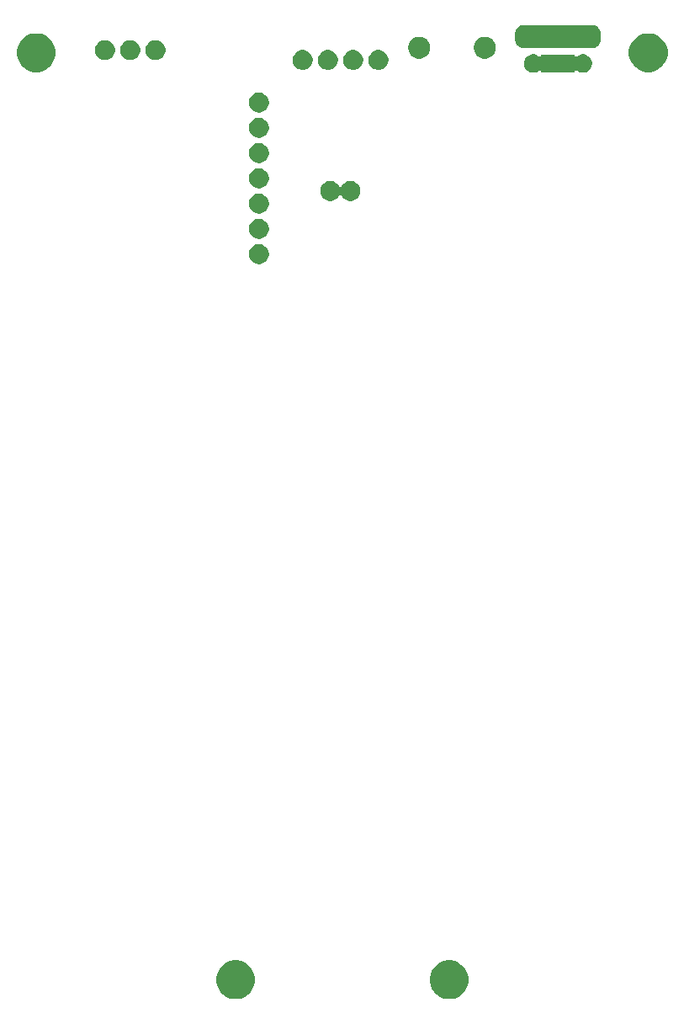
<source format=gbr>
G04 #@! TF.GenerationSoftware,KiCad,Pcbnew,5.0.2+dfsg1-1~bpo9+1*
G04 #@! TF.CreationDate,2019-01-08T10:19:29+00:00*
G04 #@! TF.ProjectId,zeroboy_new_back,7a65726f-626f-4795-9f6e-65775f626163,rev?*
G04 #@! TF.SameCoordinates,Original*
G04 #@! TF.FileFunction,Soldermask,Top*
G04 #@! TF.FilePolarity,Negative*
%FSLAX46Y46*%
G04 Gerber Fmt 4.6, Leading zero omitted, Abs format (unit mm)*
G04 Created by KiCad (PCBNEW 5.0.2+dfsg1-1~bpo9+1) date Tue 08 Jan 2019 10:19:29 GMT*
%MOMM*%
%LPD*%
G01*
G04 APERTURE LIST*
%ADD10C,0.100000*%
G04 APERTURE END LIST*
D10*
G36*
X158201193Y-137748737D02*
X158556070Y-137895732D01*
X158875455Y-138109138D01*
X159147062Y-138380745D01*
X159360468Y-138700130D01*
X159507463Y-139055007D01*
X159582400Y-139431740D01*
X159582400Y-139815860D01*
X159507463Y-140192593D01*
X159360468Y-140547470D01*
X159147062Y-140866855D01*
X158875455Y-141138462D01*
X158556070Y-141351868D01*
X158201193Y-141498863D01*
X157824460Y-141573800D01*
X157440340Y-141573800D01*
X157063607Y-141498863D01*
X156708730Y-141351868D01*
X156389345Y-141138462D01*
X156117738Y-140866855D01*
X155904332Y-140547470D01*
X155757337Y-140192593D01*
X155682400Y-139815860D01*
X155682400Y-139431740D01*
X155757337Y-139055007D01*
X155904332Y-138700130D01*
X156117738Y-138380745D01*
X156389345Y-138109138D01*
X156708730Y-137895732D01*
X157063607Y-137748737D01*
X157440340Y-137673800D01*
X157824460Y-137673800D01*
X158201193Y-137748737D01*
X158201193Y-137748737D01*
G37*
G36*
X136712793Y-137748737D02*
X137067670Y-137895732D01*
X137387055Y-138109138D01*
X137658662Y-138380745D01*
X137872068Y-138700130D01*
X138019063Y-139055007D01*
X138094000Y-139431740D01*
X138094000Y-139815860D01*
X138019063Y-140192593D01*
X137872068Y-140547470D01*
X137658662Y-140866855D01*
X137387055Y-141138462D01*
X137067670Y-141351868D01*
X136712793Y-141498863D01*
X136336060Y-141573800D01*
X135951940Y-141573800D01*
X135575207Y-141498863D01*
X135220330Y-141351868D01*
X134900945Y-141138462D01*
X134629338Y-140866855D01*
X134415932Y-140547470D01*
X134268937Y-140192593D01*
X134194000Y-139815860D01*
X134194000Y-139431740D01*
X134268937Y-139055007D01*
X134415932Y-138700130D01*
X134629338Y-138380745D01*
X134900945Y-138109138D01*
X135220330Y-137895732D01*
X135575207Y-137748737D01*
X135951940Y-137673800D01*
X136336060Y-137673800D01*
X136712793Y-137748737D01*
X136712793Y-137748737D01*
G37*
G36*
X138669270Y-65690372D02*
X138785189Y-65713429D01*
X138967178Y-65788811D01*
X139130963Y-65898249D01*
X139270251Y-66037537D01*
X139379689Y-66201322D01*
X139455071Y-66383311D01*
X139493500Y-66576509D01*
X139493500Y-66773491D01*
X139455071Y-66966689D01*
X139379689Y-67148678D01*
X139270251Y-67312463D01*
X139130963Y-67451751D01*
X138967178Y-67561189D01*
X138785189Y-67636571D01*
X138669270Y-67659628D01*
X138591993Y-67675000D01*
X138395007Y-67675000D01*
X138317730Y-67659628D01*
X138201811Y-67636571D01*
X138019822Y-67561189D01*
X137856037Y-67451751D01*
X137716749Y-67312463D01*
X137607311Y-67148678D01*
X137531929Y-66966689D01*
X137493500Y-66773491D01*
X137493500Y-66576509D01*
X137531929Y-66383311D01*
X137607311Y-66201322D01*
X137716749Y-66037537D01*
X137856037Y-65898249D01*
X138019822Y-65788811D01*
X138201811Y-65713429D01*
X138317730Y-65690372D01*
X138395007Y-65675000D01*
X138591993Y-65675000D01*
X138669270Y-65690372D01*
X138669270Y-65690372D01*
G37*
G36*
X138669270Y-63150372D02*
X138785189Y-63173429D01*
X138967178Y-63248811D01*
X139130963Y-63358249D01*
X139270251Y-63497537D01*
X139379689Y-63661322D01*
X139455071Y-63843311D01*
X139493500Y-64036509D01*
X139493500Y-64233491D01*
X139455071Y-64426689D01*
X139379689Y-64608678D01*
X139270251Y-64772463D01*
X139130963Y-64911751D01*
X138967178Y-65021189D01*
X138785189Y-65096571D01*
X138669270Y-65119628D01*
X138591993Y-65135000D01*
X138395007Y-65135000D01*
X138317730Y-65119628D01*
X138201811Y-65096571D01*
X138019822Y-65021189D01*
X137856037Y-64911751D01*
X137716749Y-64772463D01*
X137607311Y-64608678D01*
X137531929Y-64426689D01*
X137493500Y-64233491D01*
X137493500Y-64036509D01*
X137531929Y-63843311D01*
X137607311Y-63661322D01*
X137716749Y-63497537D01*
X137856037Y-63358249D01*
X138019822Y-63248811D01*
X138201811Y-63173429D01*
X138317730Y-63150372D01*
X138395007Y-63135000D01*
X138591993Y-63135000D01*
X138669270Y-63150372D01*
X138669270Y-63150372D01*
G37*
G36*
X138669270Y-60610372D02*
X138785189Y-60633429D01*
X138967178Y-60708811D01*
X139130963Y-60818249D01*
X139270251Y-60957537D01*
X139379689Y-61121322D01*
X139455071Y-61303311D01*
X139493500Y-61496509D01*
X139493500Y-61693491D01*
X139455071Y-61886689D01*
X139379689Y-62068678D01*
X139270251Y-62232463D01*
X139130963Y-62371751D01*
X138967178Y-62481189D01*
X138785189Y-62556571D01*
X138669270Y-62579628D01*
X138591993Y-62595000D01*
X138395007Y-62595000D01*
X138317730Y-62579628D01*
X138201811Y-62556571D01*
X138019822Y-62481189D01*
X137856037Y-62371751D01*
X137716749Y-62232463D01*
X137607311Y-62068678D01*
X137531929Y-61886689D01*
X137493500Y-61693491D01*
X137493500Y-61496509D01*
X137531929Y-61303311D01*
X137607311Y-61121322D01*
X137716749Y-60957537D01*
X137856037Y-60818249D01*
X138019822Y-60708811D01*
X138201811Y-60633429D01*
X138317730Y-60610372D01*
X138395007Y-60595000D01*
X138591993Y-60595000D01*
X138669270Y-60610372D01*
X138669270Y-60610372D01*
G37*
G36*
X145844770Y-59340372D02*
X145960689Y-59363429D01*
X146142678Y-59438811D01*
X146306463Y-59548249D01*
X146445751Y-59687537D01*
X146555189Y-59851322D01*
X146569518Y-59885916D01*
X146581066Y-59907521D01*
X146596612Y-59926463D01*
X146615554Y-59942009D01*
X146637164Y-59953560D01*
X146660614Y-59960673D01*
X146685000Y-59963075D01*
X146709386Y-59960673D01*
X146732835Y-59953560D01*
X146754446Y-59942009D01*
X146773388Y-59926463D01*
X146788934Y-59907521D01*
X146800482Y-59885916D01*
X146814811Y-59851322D01*
X146924249Y-59687537D01*
X147063537Y-59548249D01*
X147227322Y-59438811D01*
X147409311Y-59363429D01*
X147525230Y-59340372D01*
X147602507Y-59325000D01*
X147799493Y-59325000D01*
X147876770Y-59340372D01*
X147992689Y-59363429D01*
X148174678Y-59438811D01*
X148338463Y-59548249D01*
X148477751Y-59687537D01*
X148587189Y-59851322D01*
X148662571Y-60033311D01*
X148701000Y-60226509D01*
X148701000Y-60423491D01*
X148662571Y-60616689D01*
X148587189Y-60798678D01*
X148477751Y-60962463D01*
X148338463Y-61101751D01*
X148174678Y-61211189D01*
X147992689Y-61286571D01*
X147876770Y-61309628D01*
X147799493Y-61325000D01*
X147602507Y-61325000D01*
X147525230Y-61309628D01*
X147409311Y-61286571D01*
X147227322Y-61211189D01*
X147063537Y-61101751D01*
X146924249Y-60962463D01*
X146814811Y-60798678D01*
X146800482Y-60764084D01*
X146788934Y-60742479D01*
X146773388Y-60723537D01*
X146754446Y-60707991D01*
X146732836Y-60696440D01*
X146709386Y-60689327D01*
X146685000Y-60686925D01*
X146660614Y-60689327D01*
X146637165Y-60696440D01*
X146615554Y-60707991D01*
X146596612Y-60723537D01*
X146581066Y-60742479D01*
X146569518Y-60764084D01*
X146555189Y-60798678D01*
X146445751Y-60962463D01*
X146306463Y-61101751D01*
X146142678Y-61211189D01*
X145960689Y-61286571D01*
X145844770Y-61309628D01*
X145767493Y-61325000D01*
X145570507Y-61325000D01*
X145493230Y-61309628D01*
X145377311Y-61286571D01*
X145195322Y-61211189D01*
X145031537Y-61101751D01*
X144892249Y-60962463D01*
X144782811Y-60798678D01*
X144707429Y-60616689D01*
X144669000Y-60423491D01*
X144669000Y-60226509D01*
X144707429Y-60033311D01*
X144782811Y-59851322D01*
X144892249Y-59687537D01*
X145031537Y-59548249D01*
X145195322Y-59438811D01*
X145377311Y-59363429D01*
X145493230Y-59340372D01*
X145570507Y-59325000D01*
X145767493Y-59325000D01*
X145844770Y-59340372D01*
X145844770Y-59340372D01*
G37*
G36*
X138669270Y-58070372D02*
X138785189Y-58093429D01*
X138967178Y-58168811D01*
X139130963Y-58278249D01*
X139270251Y-58417537D01*
X139379689Y-58581322D01*
X139455071Y-58763311D01*
X139493500Y-58956509D01*
X139493500Y-59153491D01*
X139455071Y-59346689D01*
X139379689Y-59528678D01*
X139270251Y-59692463D01*
X139130963Y-59831751D01*
X138967178Y-59941189D01*
X138785189Y-60016571D01*
X138669270Y-60039628D01*
X138591993Y-60055000D01*
X138395007Y-60055000D01*
X138317730Y-60039628D01*
X138201811Y-60016571D01*
X138019822Y-59941189D01*
X137856037Y-59831751D01*
X137716749Y-59692463D01*
X137607311Y-59528678D01*
X137531929Y-59346689D01*
X137493500Y-59153491D01*
X137493500Y-58956509D01*
X137531929Y-58763311D01*
X137607311Y-58581322D01*
X137716749Y-58417537D01*
X137856037Y-58278249D01*
X138019822Y-58168811D01*
X138201811Y-58093429D01*
X138317730Y-58070372D01*
X138395007Y-58055000D01*
X138591993Y-58055000D01*
X138669270Y-58070372D01*
X138669270Y-58070372D01*
G37*
G36*
X138669270Y-55530372D02*
X138785189Y-55553429D01*
X138967178Y-55628811D01*
X139130963Y-55738249D01*
X139270251Y-55877537D01*
X139379689Y-56041322D01*
X139455071Y-56223311D01*
X139493500Y-56416509D01*
X139493500Y-56613491D01*
X139455071Y-56806689D01*
X139379689Y-56988678D01*
X139270251Y-57152463D01*
X139130963Y-57291751D01*
X138967178Y-57401189D01*
X138785189Y-57476571D01*
X138669270Y-57499628D01*
X138591993Y-57515000D01*
X138395007Y-57515000D01*
X138317730Y-57499628D01*
X138201811Y-57476571D01*
X138019822Y-57401189D01*
X137856037Y-57291751D01*
X137716749Y-57152463D01*
X137607311Y-56988678D01*
X137531929Y-56806689D01*
X137493500Y-56613491D01*
X137493500Y-56416509D01*
X137531929Y-56223311D01*
X137607311Y-56041322D01*
X137716749Y-55877537D01*
X137856037Y-55738249D01*
X138019822Y-55628811D01*
X138201811Y-55553429D01*
X138317730Y-55530372D01*
X138395007Y-55515000D01*
X138591993Y-55515000D01*
X138669270Y-55530372D01*
X138669270Y-55530372D01*
G37*
G36*
X138669270Y-52990372D02*
X138785189Y-53013429D01*
X138967178Y-53088811D01*
X139130963Y-53198249D01*
X139270251Y-53337537D01*
X139379689Y-53501322D01*
X139455071Y-53683311D01*
X139493500Y-53876509D01*
X139493500Y-54073491D01*
X139455071Y-54266689D01*
X139379689Y-54448678D01*
X139270251Y-54612463D01*
X139130963Y-54751751D01*
X138967178Y-54861189D01*
X138785189Y-54936571D01*
X138669270Y-54959628D01*
X138591993Y-54975000D01*
X138395007Y-54975000D01*
X138317730Y-54959628D01*
X138201811Y-54936571D01*
X138019822Y-54861189D01*
X137856037Y-54751751D01*
X137716749Y-54612463D01*
X137607311Y-54448678D01*
X137531929Y-54266689D01*
X137493500Y-54073491D01*
X137493500Y-53876509D01*
X137531929Y-53683311D01*
X137607311Y-53501322D01*
X137716749Y-53337537D01*
X137856037Y-53198249D01*
X138019822Y-53088811D01*
X138201811Y-53013429D01*
X138317730Y-52990372D01*
X138395007Y-52975000D01*
X138591993Y-52975000D01*
X138669270Y-52990372D01*
X138669270Y-52990372D01*
G37*
G36*
X138669270Y-50450372D02*
X138785189Y-50473429D01*
X138967178Y-50548811D01*
X139130963Y-50658249D01*
X139270251Y-50797537D01*
X139379689Y-50961322D01*
X139455071Y-51143311D01*
X139493500Y-51336509D01*
X139493500Y-51533491D01*
X139455071Y-51726689D01*
X139379689Y-51908678D01*
X139270251Y-52072463D01*
X139130963Y-52211751D01*
X138967178Y-52321189D01*
X138785189Y-52396571D01*
X138669270Y-52419628D01*
X138591993Y-52435000D01*
X138395007Y-52435000D01*
X138317730Y-52419628D01*
X138201811Y-52396571D01*
X138019822Y-52321189D01*
X137856037Y-52211751D01*
X137716749Y-52072463D01*
X137607311Y-51908678D01*
X137531929Y-51726689D01*
X137493500Y-51533491D01*
X137493500Y-51336509D01*
X137531929Y-51143311D01*
X137607311Y-50961322D01*
X137716749Y-50797537D01*
X137856037Y-50658249D01*
X138019822Y-50548811D01*
X138201811Y-50473429D01*
X138317730Y-50450372D01*
X138395007Y-50435000D01*
X138591993Y-50435000D01*
X138669270Y-50450372D01*
X138669270Y-50450372D01*
G37*
G36*
X166362311Y-46610546D02*
X166365128Y-46611713D01*
X166530652Y-46680275D01*
X166649252Y-46759521D01*
X166685733Y-46783897D01*
X166698054Y-46794009D01*
X166719665Y-46805560D01*
X166743114Y-46812673D01*
X166767500Y-46815075D01*
X166791886Y-46812673D01*
X166815335Y-46805560D01*
X166836946Y-46794009D01*
X166855888Y-46778463D01*
X166871434Y-46759521D01*
X166882985Y-46737910D01*
X166890098Y-46714461D01*
X166892500Y-46690075D01*
X166892500Y-46625000D01*
X170292500Y-46625000D01*
X170292500Y-46690075D01*
X170294902Y-46714461D01*
X170302015Y-46737910D01*
X170313566Y-46759521D01*
X170329112Y-46778463D01*
X170348054Y-46794009D01*
X170369665Y-46805560D01*
X170393114Y-46812673D01*
X170417500Y-46815075D01*
X170441886Y-46812673D01*
X170465335Y-46805560D01*
X170486946Y-46794009D01*
X170499267Y-46783897D01*
X170535748Y-46759521D01*
X170654348Y-46680275D01*
X170819872Y-46611713D01*
X170822689Y-46610546D01*
X171001394Y-46575000D01*
X171183606Y-46575000D01*
X171362311Y-46610546D01*
X171365128Y-46611713D01*
X171530652Y-46680275D01*
X171649252Y-46759521D01*
X171682156Y-46781507D01*
X171810993Y-46910344D01*
X171810995Y-46910347D01*
X171912225Y-47061848D01*
X171938827Y-47126071D01*
X171981954Y-47230189D01*
X172017500Y-47408894D01*
X172017500Y-47591106D01*
X171981954Y-47769811D01*
X171981953Y-47769813D01*
X171912225Y-47938152D01*
X171912224Y-47938153D01*
X171810993Y-48089656D01*
X171682156Y-48218493D01*
X171682153Y-48218495D01*
X171530652Y-48319725D01*
X171412898Y-48368500D01*
X171362311Y-48389454D01*
X171183606Y-48425000D01*
X171001394Y-48425000D01*
X170822689Y-48389454D01*
X170772102Y-48368500D01*
X170654348Y-48319725D01*
X170502847Y-48218495D01*
X170499267Y-48216103D01*
X170486946Y-48205991D01*
X170465335Y-48194440D01*
X170441886Y-48187327D01*
X170417500Y-48184925D01*
X170393114Y-48187327D01*
X170369665Y-48194440D01*
X170348054Y-48205991D01*
X170329112Y-48221537D01*
X170313566Y-48240479D01*
X170302015Y-48262090D01*
X170294902Y-48285539D01*
X170292500Y-48309925D01*
X170292500Y-48375000D01*
X166892500Y-48375000D01*
X166892500Y-48309925D01*
X166890098Y-48285539D01*
X166882985Y-48262090D01*
X166871434Y-48240479D01*
X166855888Y-48221537D01*
X166836946Y-48205991D01*
X166815335Y-48194440D01*
X166791886Y-48187327D01*
X166767500Y-48184925D01*
X166743114Y-48187327D01*
X166719665Y-48194440D01*
X166698054Y-48205991D01*
X166685733Y-48216103D01*
X166682153Y-48218495D01*
X166530652Y-48319725D01*
X166412898Y-48368500D01*
X166362311Y-48389454D01*
X166183606Y-48425000D01*
X166001394Y-48425000D01*
X165822689Y-48389454D01*
X165772102Y-48368500D01*
X165654348Y-48319725D01*
X165502847Y-48218495D01*
X165502844Y-48218493D01*
X165374007Y-48089656D01*
X165272776Y-47938153D01*
X165272775Y-47938152D01*
X165203047Y-47769813D01*
X165203046Y-47769811D01*
X165167500Y-47591106D01*
X165167500Y-47408894D01*
X165203046Y-47230189D01*
X165246173Y-47126071D01*
X165272775Y-47061848D01*
X165374005Y-46910347D01*
X165374007Y-46910344D01*
X165502844Y-46781507D01*
X165535748Y-46759521D01*
X165654348Y-46680275D01*
X165819872Y-46611713D01*
X165822689Y-46610546D01*
X166001394Y-46575000D01*
X166183606Y-46575000D01*
X166362311Y-46610546D01*
X166362311Y-46610546D01*
G37*
G36*
X116646793Y-44543437D02*
X117001670Y-44690432D01*
X117321055Y-44903838D01*
X117592662Y-45175445D01*
X117806068Y-45494830D01*
X117953063Y-45849707D01*
X118028000Y-46226440D01*
X118028000Y-46610560D01*
X117953063Y-46987293D01*
X117806068Y-47342170D01*
X117592662Y-47661555D01*
X117321055Y-47933162D01*
X117001670Y-48146568D01*
X116646793Y-48293563D01*
X116270060Y-48368500D01*
X115885940Y-48368500D01*
X115509207Y-48293563D01*
X115154330Y-48146568D01*
X114834945Y-47933162D01*
X114563338Y-47661555D01*
X114349932Y-47342170D01*
X114202937Y-46987293D01*
X114128000Y-46610560D01*
X114128000Y-46226440D01*
X114202937Y-45849707D01*
X114349932Y-45494830D01*
X114563338Y-45175445D01*
X114834945Y-44903838D01*
X115154330Y-44690432D01*
X115509207Y-44543437D01*
X115885940Y-44468500D01*
X116270060Y-44468500D01*
X116646793Y-44543437D01*
X116646793Y-44543437D01*
G37*
G36*
X178241793Y-44543437D02*
X178596670Y-44690432D01*
X178916055Y-44903838D01*
X179187662Y-45175445D01*
X179401068Y-45494830D01*
X179548063Y-45849707D01*
X179623000Y-46226440D01*
X179623000Y-46610560D01*
X179548063Y-46987293D01*
X179401068Y-47342170D01*
X179187662Y-47661555D01*
X178916055Y-47933162D01*
X178596670Y-48146568D01*
X178241793Y-48293563D01*
X177865060Y-48368500D01*
X177480940Y-48368500D01*
X177104207Y-48293563D01*
X176749330Y-48146568D01*
X176429945Y-47933162D01*
X176158338Y-47661555D01*
X175944932Y-47342170D01*
X175797937Y-46987293D01*
X175723000Y-46610560D01*
X175723000Y-46226440D01*
X175797937Y-45849707D01*
X175944932Y-45494830D01*
X176158338Y-45175445D01*
X176429945Y-44903838D01*
X176749330Y-44690432D01*
X177104207Y-44543437D01*
X177480940Y-44468500D01*
X177865060Y-44468500D01*
X178241793Y-44543437D01*
X178241793Y-44543437D01*
G37*
G36*
X145616170Y-46157772D02*
X145732089Y-46180829D01*
X145914078Y-46256211D01*
X146077863Y-46365649D01*
X146217151Y-46504937D01*
X146326589Y-46668722D01*
X146401971Y-46850711D01*
X146440400Y-47043909D01*
X146440400Y-47240891D01*
X146401971Y-47434089D01*
X146326589Y-47616078D01*
X146217151Y-47779863D01*
X146077863Y-47919151D01*
X145914078Y-48028589D01*
X145732089Y-48103971D01*
X145616170Y-48127028D01*
X145538893Y-48142400D01*
X145341907Y-48142400D01*
X145264630Y-48127028D01*
X145148711Y-48103971D01*
X144966722Y-48028589D01*
X144802937Y-47919151D01*
X144663649Y-47779863D01*
X144554211Y-47616078D01*
X144478829Y-47434089D01*
X144440400Y-47240891D01*
X144440400Y-47043909D01*
X144478829Y-46850711D01*
X144554211Y-46668722D01*
X144663649Y-46504937D01*
X144802937Y-46365649D01*
X144966722Y-46256211D01*
X145148711Y-46180829D01*
X145264630Y-46157772D01*
X145341907Y-46142400D01*
X145538893Y-46142400D01*
X145616170Y-46157772D01*
X145616170Y-46157772D01*
G37*
G36*
X150696170Y-46157772D02*
X150812089Y-46180829D01*
X150994078Y-46256211D01*
X151157863Y-46365649D01*
X151297151Y-46504937D01*
X151406589Y-46668722D01*
X151481971Y-46850711D01*
X151520400Y-47043909D01*
X151520400Y-47240891D01*
X151481971Y-47434089D01*
X151406589Y-47616078D01*
X151297151Y-47779863D01*
X151157863Y-47919151D01*
X150994078Y-48028589D01*
X150812089Y-48103971D01*
X150696170Y-48127028D01*
X150618893Y-48142400D01*
X150421907Y-48142400D01*
X150344630Y-48127028D01*
X150228711Y-48103971D01*
X150046722Y-48028589D01*
X149882937Y-47919151D01*
X149743649Y-47779863D01*
X149634211Y-47616078D01*
X149558829Y-47434089D01*
X149520400Y-47240891D01*
X149520400Y-47043909D01*
X149558829Y-46850711D01*
X149634211Y-46668722D01*
X149743649Y-46504937D01*
X149882937Y-46365649D01*
X150046722Y-46256211D01*
X150228711Y-46180829D01*
X150344630Y-46157772D01*
X150421907Y-46142400D01*
X150618893Y-46142400D01*
X150696170Y-46157772D01*
X150696170Y-46157772D01*
G37*
G36*
X148156170Y-46157772D02*
X148272089Y-46180829D01*
X148454078Y-46256211D01*
X148617863Y-46365649D01*
X148757151Y-46504937D01*
X148866589Y-46668722D01*
X148941971Y-46850711D01*
X148980400Y-47043909D01*
X148980400Y-47240891D01*
X148941971Y-47434089D01*
X148866589Y-47616078D01*
X148757151Y-47779863D01*
X148617863Y-47919151D01*
X148454078Y-48028589D01*
X148272089Y-48103971D01*
X148156170Y-48127028D01*
X148078893Y-48142400D01*
X147881907Y-48142400D01*
X147804630Y-48127028D01*
X147688711Y-48103971D01*
X147506722Y-48028589D01*
X147342937Y-47919151D01*
X147203649Y-47779863D01*
X147094211Y-47616078D01*
X147018829Y-47434089D01*
X146980400Y-47240891D01*
X146980400Y-47043909D01*
X147018829Y-46850711D01*
X147094211Y-46668722D01*
X147203649Y-46504937D01*
X147342937Y-46365649D01*
X147506722Y-46256211D01*
X147688711Y-46180829D01*
X147804630Y-46157772D01*
X147881907Y-46142400D01*
X148078893Y-46142400D01*
X148156170Y-46157772D01*
X148156170Y-46157772D01*
G37*
G36*
X143076170Y-46157772D02*
X143192089Y-46180829D01*
X143374078Y-46256211D01*
X143537863Y-46365649D01*
X143677151Y-46504937D01*
X143786589Y-46668722D01*
X143861971Y-46850711D01*
X143900400Y-47043909D01*
X143900400Y-47240891D01*
X143861971Y-47434089D01*
X143786589Y-47616078D01*
X143677151Y-47779863D01*
X143537863Y-47919151D01*
X143374078Y-48028589D01*
X143192089Y-48103971D01*
X143076170Y-48127028D01*
X142998893Y-48142400D01*
X142801907Y-48142400D01*
X142724630Y-48127028D01*
X142608711Y-48103971D01*
X142426722Y-48028589D01*
X142262937Y-47919151D01*
X142123649Y-47779863D01*
X142014211Y-47616078D01*
X141938829Y-47434089D01*
X141900400Y-47240891D01*
X141900400Y-47043909D01*
X141938829Y-46850711D01*
X142014211Y-46668722D01*
X142123649Y-46504937D01*
X142262937Y-46365649D01*
X142426722Y-46256211D01*
X142608711Y-46180829D01*
X142724630Y-46157772D01*
X142801907Y-46142400D01*
X142998893Y-46142400D01*
X143076170Y-46157772D01*
X143076170Y-46157772D01*
G37*
G36*
X128255270Y-45179872D02*
X128371189Y-45202929D01*
X128553178Y-45278311D01*
X128716963Y-45387749D01*
X128856251Y-45527037D01*
X128965689Y-45690822D01*
X129041071Y-45872811D01*
X129079500Y-46066009D01*
X129079500Y-46262991D01*
X129041071Y-46456189D01*
X128965689Y-46638178D01*
X128856251Y-46801963D01*
X128716963Y-46941251D01*
X128553178Y-47050689D01*
X128371189Y-47126071D01*
X128255270Y-47149128D01*
X128177993Y-47164500D01*
X127981007Y-47164500D01*
X127903730Y-47149128D01*
X127787811Y-47126071D01*
X127605822Y-47050689D01*
X127442037Y-46941251D01*
X127302749Y-46801963D01*
X127193311Y-46638178D01*
X127117929Y-46456189D01*
X127079500Y-46262991D01*
X127079500Y-46066009D01*
X127117929Y-45872811D01*
X127193311Y-45690822D01*
X127302749Y-45527037D01*
X127442037Y-45387749D01*
X127605822Y-45278311D01*
X127787811Y-45202929D01*
X127903730Y-45179872D01*
X127981007Y-45164500D01*
X128177993Y-45164500D01*
X128255270Y-45179872D01*
X128255270Y-45179872D01*
G37*
G36*
X125715270Y-45179872D02*
X125831189Y-45202929D01*
X126013178Y-45278311D01*
X126176963Y-45387749D01*
X126316251Y-45527037D01*
X126425689Y-45690822D01*
X126501071Y-45872811D01*
X126539500Y-46066009D01*
X126539500Y-46262991D01*
X126501071Y-46456189D01*
X126425689Y-46638178D01*
X126316251Y-46801963D01*
X126176963Y-46941251D01*
X126013178Y-47050689D01*
X125831189Y-47126071D01*
X125715270Y-47149128D01*
X125637993Y-47164500D01*
X125441007Y-47164500D01*
X125363730Y-47149128D01*
X125247811Y-47126071D01*
X125065822Y-47050689D01*
X124902037Y-46941251D01*
X124762749Y-46801963D01*
X124653311Y-46638178D01*
X124577929Y-46456189D01*
X124539500Y-46262991D01*
X124539500Y-46066009D01*
X124577929Y-45872811D01*
X124653311Y-45690822D01*
X124762749Y-45527037D01*
X124902037Y-45387749D01*
X125065822Y-45278311D01*
X125247811Y-45202929D01*
X125363730Y-45179872D01*
X125441007Y-45164500D01*
X125637993Y-45164500D01*
X125715270Y-45179872D01*
X125715270Y-45179872D01*
G37*
G36*
X123175270Y-45179872D02*
X123291189Y-45202929D01*
X123473178Y-45278311D01*
X123636963Y-45387749D01*
X123776251Y-45527037D01*
X123885689Y-45690822D01*
X123961071Y-45872811D01*
X123999500Y-46066009D01*
X123999500Y-46262991D01*
X123961071Y-46456189D01*
X123885689Y-46638178D01*
X123776251Y-46801963D01*
X123636963Y-46941251D01*
X123473178Y-47050689D01*
X123291189Y-47126071D01*
X123175270Y-47149128D01*
X123097993Y-47164500D01*
X122901007Y-47164500D01*
X122823730Y-47149128D01*
X122707811Y-47126071D01*
X122525822Y-47050689D01*
X122362037Y-46941251D01*
X122222749Y-46801963D01*
X122113311Y-46638178D01*
X122037929Y-46456189D01*
X121999500Y-46262991D01*
X121999500Y-46066009D01*
X122037929Y-45872811D01*
X122113311Y-45690822D01*
X122222749Y-45527037D01*
X122362037Y-45387749D01*
X122525822Y-45278311D01*
X122707811Y-45202929D01*
X122823730Y-45179872D01*
X122901007Y-45164500D01*
X123097993Y-45164500D01*
X123175270Y-45179872D01*
X123175270Y-45179872D01*
G37*
G36*
X154943357Y-44852772D02*
X155143542Y-44935691D01*
X155323713Y-45056078D01*
X155476922Y-45209287D01*
X155476924Y-45209290D01*
X155476925Y-45209291D01*
X155596167Y-45387749D01*
X155597309Y-45389458D01*
X155680228Y-45589643D01*
X155722500Y-45802158D01*
X155722500Y-46018842D01*
X155680228Y-46231357D01*
X155597309Y-46431542D01*
X155597307Y-46431545D01*
X155477693Y-46610560D01*
X155476922Y-46611713D01*
X155323713Y-46764922D01*
X155323710Y-46764924D01*
X155323709Y-46764925D01*
X155252249Y-46812673D01*
X155143542Y-46885309D01*
X154943357Y-46968228D01*
X154730842Y-47010500D01*
X154514158Y-47010500D01*
X154301643Y-46968228D01*
X154101458Y-46885309D01*
X153992751Y-46812673D01*
X153921291Y-46764925D01*
X153921290Y-46764924D01*
X153921287Y-46764922D01*
X153768078Y-46611713D01*
X153767308Y-46610560D01*
X153647693Y-46431545D01*
X153647691Y-46431542D01*
X153564772Y-46231357D01*
X153522500Y-46018842D01*
X153522500Y-45802158D01*
X153564772Y-45589643D01*
X153647691Y-45389458D01*
X153648833Y-45387749D01*
X153768075Y-45209291D01*
X153768076Y-45209290D01*
X153768078Y-45209287D01*
X153921287Y-45056078D01*
X154101458Y-44935691D01*
X154301643Y-44852772D01*
X154514158Y-44810500D01*
X154730842Y-44810500D01*
X154943357Y-44852772D01*
X154943357Y-44852772D01*
G37*
G36*
X161547357Y-44852772D02*
X161747542Y-44935691D01*
X161927713Y-45056078D01*
X162080922Y-45209287D01*
X162080924Y-45209290D01*
X162080925Y-45209291D01*
X162200167Y-45387749D01*
X162201309Y-45389458D01*
X162284228Y-45589643D01*
X162326500Y-45802158D01*
X162326500Y-46018842D01*
X162284228Y-46231357D01*
X162201309Y-46431542D01*
X162201307Y-46431545D01*
X162081693Y-46610560D01*
X162080922Y-46611713D01*
X161927713Y-46764922D01*
X161927710Y-46764924D01*
X161927709Y-46764925D01*
X161856249Y-46812673D01*
X161747542Y-46885309D01*
X161547357Y-46968228D01*
X161334842Y-47010500D01*
X161118158Y-47010500D01*
X160905643Y-46968228D01*
X160705458Y-46885309D01*
X160596751Y-46812673D01*
X160525291Y-46764925D01*
X160525290Y-46764924D01*
X160525287Y-46764922D01*
X160372078Y-46611713D01*
X160371308Y-46610560D01*
X160251693Y-46431545D01*
X160251691Y-46431542D01*
X160168772Y-46231357D01*
X160126500Y-46018842D01*
X160126500Y-45802158D01*
X160168772Y-45589643D01*
X160251691Y-45389458D01*
X160252833Y-45387749D01*
X160372075Y-45209291D01*
X160372076Y-45209290D01*
X160372078Y-45209287D01*
X160525287Y-45056078D01*
X160705458Y-44935691D01*
X160905643Y-44852772D01*
X161118158Y-44810500D01*
X161334842Y-44810500D01*
X161547357Y-44852772D01*
X161547357Y-44852772D01*
G37*
G36*
X165125683Y-43649398D02*
X165137935Y-43650000D01*
X172047065Y-43650000D01*
X172059317Y-43649398D01*
X172092499Y-43646130D01*
X172092500Y-43646130D01*
X172116005Y-43648445D01*
X172125681Y-43649398D01*
X172137934Y-43650000D01*
X172312811Y-43650000D01*
X172313566Y-43651412D01*
X172329112Y-43670354D01*
X172348054Y-43685900D01*
X172381214Y-43701583D01*
X172400125Y-43707320D01*
X172539104Y-43781606D01*
X172539106Y-43781607D01*
X172539105Y-43781607D01*
X172660922Y-43881578D01*
X172660923Y-43881580D01*
X172660925Y-43881581D01*
X172760892Y-44003392D01*
X172835179Y-44142371D01*
X172880924Y-44293174D01*
X172892500Y-44410705D01*
X172892500Y-45189295D01*
X172880924Y-45306826D01*
X172835179Y-45457629D01*
X172760892Y-45596608D01*
X172660922Y-45718422D01*
X172539108Y-45818392D01*
X172400129Y-45892679D01*
X172388683Y-45896151D01*
X172381213Y-45898417D01*
X172358576Y-45907793D01*
X172338201Y-45921407D01*
X172320874Y-45938734D01*
X172313346Y-45950000D01*
X172137935Y-45950000D01*
X172125683Y-45950602D01*
X172092501Y-45953870D01*
X172092500Y-45953870D01*
X172059320Y-45950602D01*
X172047066Y-45950000D01*
X165137934Y-45950000D01*
X165125680Y-45950602D01*
X165092500Y-45953870D01*
X165092499Y-45953870D01*
X165059317Y-45950602D01*
X165047065Y-45950000D01*
X164872189Y-45950000D01*
X164871434Y-45948588D01*
X164855888Y-45929646D01*
X164836946Y-45914100D01*
X164815335Y-45902549D01*
X164803789Y-45898417D01*
X164796317Y-45896151D01*
X164784871Y-45892679D01*
X164645892Y-45818392D01*
X164524081Y-45718425D01*
X164524080Y-45718423D01*
X164524078Y-45718422D01*
X164424107Y-45596605D01*
X164424106Y-45596604D01*
X164349821Y-45457628D01*
X164326948Y-45382226D01*
X164304076Y-45306826D01*
X164292500Y-45189292D01*
X164292500Y-44410707D01*
X164304076Y-44293173D01*
X164304076Y-44293171D01*
X164349821Y-44142374D01*
X164424109Y-44003392D01*
X164524079Y-43881578D01*
X164645893Y-43781608D01*
X164784875Y-43707320D01*
X164803786Y-43701583D01*
X164826425Y-43692206D01*
X164846799Y-43678592D01*
X164864126Y-43661265D01*
X164871653Y-43650000D01*
X165047066Y-43650000D01*
X165059319Y-43649398D01*
X165068995Y-43648445D01*
X165092500Y-43646130D01*
X165092501Y-43646130D01*
X165125683Y-43649398D01*
X165125683Y-43649398D01*
G37*
M02*

</source>
